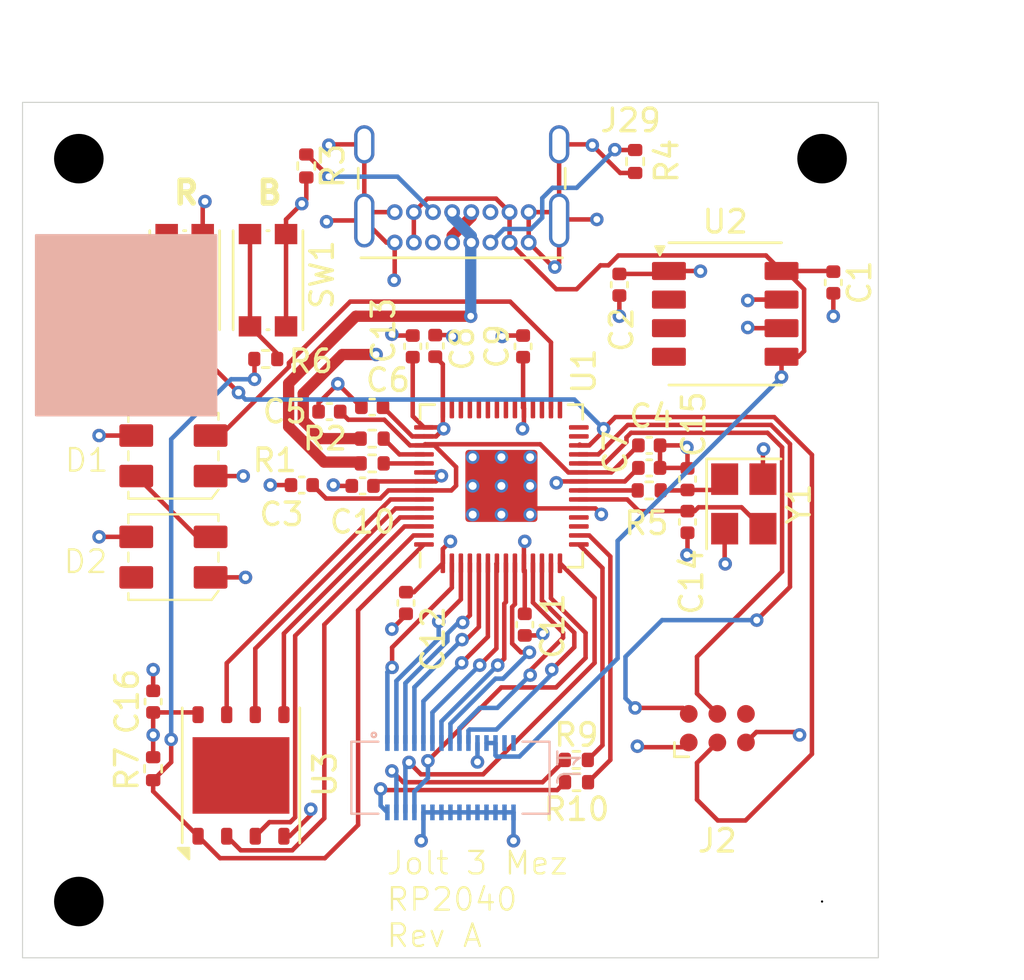
<source format=kicad_pcb>
(kicad_pcb (version 20240108) (generator "pcbnew") (generator_version "8.0")
  (layers (0 "F.Cu" signal) (1 "In1.Cu" signal) (2 "In2.Cu" signal) (31 "B.Cu" signal) (34 "B.Paste" user) (35 "F.Paste" user) (36 "B.SilkS" user "B.Silkscreen") (37 "F.SilkS" user "F.Silkscreen") (38 "B.Mask" user) (39 "F.Mask" user) (44 "Edge.Cuts" user))
  (net 0 "")
  (net 1 "/MCU/SDA")
  (net 2 "/MCU/ROW-D")
  (net 3 "/MCU/COL-C")
  (net 4 "/MCU/ROW-E")
  (net 5 "/MCU/COL-D")
  (net 6 "/MCU/ROW-B")
  (net 7 "/MCU/COL-B")
  (net 8 "/MCU/ROW-C")
  (net 9 "/MCU/ROW-A")
  (net 10 "/MCU/ROW-F")
  (net 11 "Net-(SW2-B)")
  (net 22 "/MCU/SERTX")
  (net 25 "/MCU/SERRX")
  (net 26 "RUN")
  (net 28 "VBUS")
  (net 29 "GND")
  (net 33 "+3.3V")
  (net 34 "+1V1")
  (net 35 "/USB_D+")
  (net 36 "Net-(J29-CC2)")
  (net 37 "/USB_D-")
  (net 38 "Net-(J29-CC1)")
  (net 39 "Net-(U1-USB_DP)")
  (net 40 "Net-(U1-USB_DM)")
  (net 41 "Net-(U1-XIN)")
  (net 42 "Net-(C15-Pad2)")
  (net 43 "Net-(U1-XOUT)")
  (net 44 "Net-(SW1-B)")
  (net 45 "QSPI.SS")
  (net 46 "QSPI.SD1")
  (net 47 "QSPI.SCLK")
  (net 48 "QSPI.SD3")
  (net 49 "QSPI.SD2")
  (net 50 "QSPI.SD0")
  (net 51 "RGB")
  (net 52 "SWDIO")
  (net 53 "SWCLK")
  (net 54 "Net-(D1-DOUT)")
  (net 56 "/MCU/SCL")
  (net 57 "/MCU/COL-A")
  (net 63 "Net-(U1-GPIO12)")
  (net 64 "Net-(U1-GPIO13)")
  (footprint "davidb-keyboard-foot:RP2040-QFN-56" (layer "F.Cu") (at 120.7625 91.0375 90)
    (property "Reference" "U1")
    (property "Value" "RP2040")
  )
  (footprint "Button_Switch_SMD:SW_Push_1P1T_NO_CK_KMR2" (layer "F.Cu") (at 106.7 81.9 -90)
    (property "Reference" "SW2")
    (property "Value" "SW_SPST")
  )
  (footprint "Crystal:Crystal_SMD_Abracon_ABM8G-4Pin_3.2x2.5mm" (layer "F.Cu") (at 131.525 91.8375 -90)
    (property "Reference" "Y1")
    (property "Value" "ABM8-272-T3")
  )
  (footprint "Capacitor_SMD:C_0402_1005Metric" (layer "F.Cu") (at 121.8 97.2 -90)
    (property "Reference" "C11")
    (property "Value" "100n")
  )
  (footprint "Capacitor_SMD:C_0402_1005Metric" (layer "F.Cu") (at 126 82.1 -90)
    (property "Reference" "C2")
    (property "Value" "10u")
  )
  (footprint "Capacitor_SMD:C_0402_1005Metric" (layer "F.Cu") (at 129.025 92.6375 90)
    (property "Reference" "C14")
    (property "Value" "12p")
  )
  (footprint "Capacitor_SMD:C_0402_1005Metric" (layer "F.Cu") (at 117.825 84.8175 90)
    (property "Reference" "C8")
    (property "Value" "100n")
  )
  (footprint "Package_SON:WSON-8-1EP_6x5mm_P1.27mm_EP3.4x4.3mm" (layer "F.Cu") (at 109.2 103.9 90)
    (property "Reference" "U3")
    (property "Value" "W25Q128JVP")
  )
  (footprint "Capacitor_SMD:C_0402_1005Metric" (layer "F.Cu") (at 129.025 90.7375 -90)
    (property "Reference" "C15")
    (property "Value" "12p")
  )
  (footprint "Capacitor_SMD:C_0402_1005Metric" (layer "F.Cu") (at 127.325 89.2375)
    (property "Reference" "C4")
    (property "Value" "100n")
  )
  (footprint "davidb-keyboard-foot:SK6812-MINI-HS" (layer "F.Cu") (at 106.2 94.2 180)
    (property "Reference" "D2")
    (property "Value" "SK6812MINI-HS")
  )
  (footprint "Resistor_SMD:R_0402_1005Metric" (layer "F.Cu") (at 124.1 104.2 180)
    (property "Reference" "R10")
    (property "Value" "27")
  )
  (footprint "Capacitor_SMD:C_0402_1005Metric" (layer "F.Cu") (at 127.325 90.2375)
    (property "Reference" "C7")
    (property "Value" "100n")
  )
  (footprint "davidb-keyboard-foot:SK6812-MINI-HS" (layer "F.Cu") (at 106.2 89.7 180)
    (property "Reference" "D1")
    (property "Value" "SK6812MINI-HS")
  )
  (footprint "Resistor_SMD:R_0402_1005Metric" (layer "F.Cu") (at 110.3 85.4 180)
    (property "Reference" "R6")
    (property "Value" "1k")
  )
  (footprint "Resistor_SMD:R_0402_1005Metric" (layer "F.Cu") (at 115.025 88.9375 180)
    (property "Reference" "R2")
    (property "Value" "27")
  )
  (footprint "Capacitor_SMD:C_0402_1005Metric" (layer "F.Cu") (at 114.6 91.0375 180)
    (property "Reference" "C10")
    (property "Value" "100n")
  )
  (footprint "Resistor_SMD:R_0402_1005Metric" (layer "F.Cu") (at 112.1 76.825 -90)
    (property "Reference" "R3")
    (property "Value" "5.1k")
  )
  (footprint "Resistor_SMD:R_0402_1005Metric" (layer "F.Cu") (at 115.025 90.0375 180)
    (property "Reference" "R1")
    (property "Value" "27")
  )
  (footprint "Capacitor_SMD:C_0402_1005Metric" (layer "F.Cu") (at 105.3 100.62 90)
    (property "Reference" "C16")
    (property "Value" "100n")
  )
  (footprint "Resistor_SMD:R_0402_1005Metric" (layer "F.Cu") (at 105.3 103.6 90)
    (property "Reference" "R7")
    (property "Value" "10k")
  )
  (footprint "Button_Switch_SMD:SW_Push_1P1T_NO_CK_KMR2" (layer "F.Cu") (at 110.4 81.9 -90)
    (property "Reference" "SW1")
    (property "Value" "SW_SPST")
  )
  (footprint "Connector:Tag-Connect_TC2030-IDC-FP_2x03_P1.27mm_Vertical" (layer "F.Cu") (at 130.35 101.8)
    (property "Reference" "J2")
    (property "Value" "Conn_ARM_SWD_TagConnect_TC2030")
  )
  (footprint "davidb-keyboard-foot:AP2112M-SO8" (layer "F.Cu") (at 130.7 83.395)
    (property "Reference" "U2")
    (property "Value" "AP2112-M3.3")
  )
  (footprint "Resistor_SMD:R_0402_1005Metric" (layer "F.Cu") (at 127.325 91.2375 180)
    (property "Reference" "R5")
    (property "Value" "1k")
  )
  (footprint "Capacitor_SMD:C_0402_1005Metric" (layer "F.Cu") (at 113.125 87.7375 180)
    (property "Reference" "C5")
    (property "Value" "1u")
  )
  (footprint "davidb-keyboard-foot:USB_C_Receptacle_GCT_USB4085" (layer "F.Cu") (at 121.975 80.225 180)
    (property "Reference" "J29")
    (property "Value" "USB_C_Receptacle_USB2.0_14P")
  )
  (footprint "Resistor_SMD:R_0402_1005Metric" (layer "F.Cu") (at 124.09 103.21 180)
    (property "Reference" "R9")
    (property "Value" "27")
  )
  (footprint "Resistor_SMD:R_0402_1005Metric" (layer "F.Cu") (at 126.7 76.625 -90)
    (property "Reference" "R4")
    (property "Value" "5.1k")
  )
  (footprint "Capacitor_SMD:C_0402_1005Metric" (layer "F.Cu") (at 135.5 82 -90)
    (property "Reference" "C1")
    (property "Value" "10u")
  )
  (footprint "Capacitor_SMD:C_0402_1005Metric" (layer "F.Cu") (at 116.825 84.8375 90)
    (property "Reference" "C13")
    (property "Value" "100n")
  )
  (footprint "Capacitor_SMD:C_0402_1005Metric" (layer "F.Cu") (at 116.525 96.2375 -90)
    (property "Reference" "C12")
    (property "Value" "100n")
  )
  (footprint "Resistor_SMD:R_0402_1005Metric" (layer "F.Cu") (at 106.69 85.5 180)
    (property "Reference" "R8")
    (property "Value" "1k")
  )
  (footprint "Capacitor_SMD:C_0402_1005Metric" (layer "F.Cu") (at 121.725 84.8375 90)
    (property "Reference" "C9")
    (property "Value" "100n")
  )
  (footprint "Capacitor_SMD:C_0402_1005Metric" (layer "F.Cu") (at 115.025 87.5375 180)
    (property "Reference" "C6")
    (property "Value" "1u")
  )
  (footprint "Capacitor_SMD:C_0402_1005Metric" (layer "F.Cu") (at 111.9 91 180)
    (property "Reference" "C3")
    (property "Value" "100n")
  )
  (footprint "davidb-keyboard-foot:df40c-30DS-0_4v" (layer "B.Cu") (at 118.5 104 90)
    (property "Reference" "J1")
    (property "Value" "~")
  )
  (gr_rect (start 100.1 79.9) (end 108.1 87.9) (stroke (width 0.1)) (fill solid) (layer "B.SilkS"))
  (gr_rect (start 99.5 74) (end 137.5 112) (stroke (width 0.05)) (fill none) (layer "Edge.Cuts"))
  (gr_text "Jolt 3 Mez\nRP2040\nRev A" (at 115.6 111.6 0) (layer "F.SilkS") (effects (font (size 1 1) (thickness 0.1)) (justify left bottom)))
  (gr_text "B" (at 109.8 78.6 0) (layer "F.SilkS") (effects (font (size 1 1) (thickness 0.25) (bold yes)) (justify left bottom)))
  (gr_text "R" (at 106.1 78.6 0) (layer "F.SilkS") (effects (font (size 1 1) (thickness 0.25) (bold yes)) (justify left bottom)))
  (segment (start 124.5 97.564627) (end 124.5 98.677818) (width 0.2) (layer "F.Cu") (net 1))
  (segment (start 123.187438 99.99038) (end 120.75962 99.99038) (width 0.2) (layer "F.Cu") (net 1))
  (segment (start 120.75962 99.99038) (end 117.5 103.25) (width 0.2) (layer "F.Cu") (net 1))
  (segment (start 122.9625 94.475) (end 122.9625 96.027127) (width 0.2) (layer "F.Cu") (net 1))
  (segment (start 122.9625 96.027127) (end 124.5 97.564627) (width 0.2) (layer "F.Cu") (net 1))
  (segment (start 124.5 98.677818) (end 123.187438 99.99038) (width 0.2) (layer "F.Cu") (net 1))
  (via (at 117.5 103.25) (size 0.6) (drill 0.3) (layers "F.Cu" "B.Cu") (net 1))
  (segment (start 117.5 104.014214) (end 117.5 103.25) (width 0.2) (layer "B.Cu") (net 1))
  (segment (start 116.9 104.614214) (end 117.5 104.014214) (width 0.2) (layer "B.Cu") (net 1))
  (segment (start 116.9 105.54) (end 116.9 104.614214) (width 0.2) (layer "B.Cu") (net 1))
  (segment (start 119.7625 94.475) (end 119.7625 97.305927) (width 0.2) (layer "F.Cu") (net 2))
  (segment (start 119.202481 97.865946) (end 119.014815 97.865946) (width 0.2) (layer "F.Cu") (net 2))
  (segment (start 119.7625 97.305927) (end 119.202481 97.865946) (width 0.2) (layer "F.Cu") (net 2))
  (via (at 119.014815 97.865946) (size 0.6) (drill 0.3) (layers "F.Cu" "B.Cu") (net 2))
  (segment (start 116.9 102.46) (end 116.9 99.980761) (width 0.2) (layer "B.Cu") (net 2))
  (segment (start 116.9 99.980761) (end 119.014815 97.865946) (width 0.2) (layer "B.Cu") (net 2))
  (segment (start 123.5 97.780761) (end 122.04038 99.240381) (width 0.2) (layer "F.Cu") (net 3))
  (segment (start 122.1625 94.475) (end 122.1625 96.217076) (width 0.2) (layer "F.Cu") (net 3))
  (segment (start 123.5 97.554576) (end 123.5 97.780761) (width 0.2) (layer "F.Cu") (net 3))
  (segment (start 122.1625 96.217076) (end 123.5 97.554576) (width 0.2) (layer "F.Cu") (net 3))
  (segment (start 122.04038 99.240381) (end 122.04038 99.44038) (width 0.2) (layer "F.Cu") (net 3))
  (via (at 122.04038 99.44038) (size 0.6) (drill 0.3) (layers "F.Cu" "B.Cu") (net 3))
  (segment (start 119.8 100.9) (end 120.58076 100.9) (width 0.2) (layer "B.Cu") (net 3))
  (segment (start 120.58076 100.9) (end 122.04038 99.44038) (width 0.2) (layer "B.Cu") (net 3))
  (segment (start 118.9 101.8) (end 119.8 100.9) (width 0.2) (layer "B.Cu") (net 3))
  (segment (start 118.9 102.46) (end 118.9 101.8) (width 0.2) (layer "B.Cu") (net 3))
  (segment (start 120.1625 94.475) (end 120.1625 97.737494) (width 0.2) (layer "F.Cu") (net 4))
  (segment (start 120.1625 97.737494) (end 119 98.899994) (width 0.2) (layer "F.Cu") (net 4))
  (via (at 119 98.899994) (size 0.6) (drill 0.3) (layers "F.Cu" "B.Cu") (net 4))
  (segment (start 117.3 100.599994) (end 119 98.899994) (width 0.2) (layer "B.Cu") (net 4))
  (segment (start 117.3 102.46) (end 117.3 100.599994) (width 0.2) (layer "B.Cu") (net 4))
  (segment (start 122.5625 94.475) (end 122.5625 96.122102) (width 0.2) (layer "F.Cu") (net 5))
  (segment (start 124 97.559602) (end 124 98.2) (width 0.2) (layer "F.Cu") (net 5))
  (segment (start 124 98.2) (end 123 99.2) (width 0.2) (layer "F.Cu") (net 5))
  (segment (start 122.5625 96.122102) (end 124 97.559602) (width 0.2) (layer "F.Cu") (net 5))
  (via (at 123 99.2) (size 0.6) (drill 0.3) (layers "F.Cu" "B.Cu") (net 5))
  (segment (start 120.54 101.86) (end 123 99.4) (width 0.2) (layer "B.Cu") (net 5))
  (segment (start 119.3 102.46) (end 119.3 101.91) (width 0.2) (layer "B.Cu") (net 5))
  (segment (start 119.35 101.86) (end 120.54 101.86) (width 0.2) (layer "B.Cu") (net 5))
  (segment (start 123 99.4) (end 123 99.2) (width 0.2) (layer "B.Cu") (net 5))
  (segment (start 119.3 101.91) (end 119.35 101.86) (width 0.2) (layer "B.Cu") (net 5))
  (segment (start 118.9625 94.475) (end 118.9625 96.079782) (width 0.2) (layer "F.Cu") (net 6))
  (segment (start 118.9625 96.079782) (end 117.977851 97.064431) (width 0.2) (layer "F.Cu") (net 6))
  (via (at 117.977851 97.064431) (size 0.6) (drill 0.3) (layers "F.Cu" "B.Cu") (net 6))
  (segment (start 116.1 102.46) (end 116.1 99.699994) (width 0.2) (layer "B.Cu") (net 6))
  (segment (start 116.1 99.699994) (end 117.977851 97.822143) (width 0.2) (layer "B.Cu") (net 6))
  (segment (start 117.977851 97.822143) (end 117.977851 97.064431) (width 0.2) (layer "B.Cu") (net 6))
  (segment (start 121.628504 98.428504) (end 122.007245 98.428504) (width 0.2) (layer "F.Cu") (net 7))
  (segment (start 121.24 98.04) (end 121.628504 98.428504) (width 0.2) (layer "F.Cu") (net 7))
  (segment (start 121.24 96.414576) (end 121.24 98.04) (width 0.2) (layer "F.Cu") (net 7))
  (segment (start 121.3625 94.475) (end 121.3625 96.292076) (width 0.2) (layer "F.Cu") (net 7))
  (segment (start 121.3625 96.292076) (end 121.24 96.414576) (width 0.2) (layer "F.Cu") (net 7))
  (via (at 122.007245 98.428504) (size 0.6) (drill 0.3) (layers "F.Cu" "B.Cu") (net 7))
  (segment (start 118.5 102.46) (end 118.5 101.6) (width 0.2) (layer "B.Cu") (net 7))
  (segment (start 120.835749 99.6) (end 122.007245 98.428504) (width 0.2) (layer "B.Cu") (net 7))
  (segment (start 120.5 99.6) (end 120.835749 99.6) (width 0.2) (layer "B.Cu") (net 7))
  (segment (start 118.5 101.6) (end 120.5 99.6) (width 0.2) (layer "B.Cu") (net 7))
  (segment (start 119.3625 94.475) (end 119.3625 96.786688) (width 0.2) (layer "F.Cu") (net 8))
  (segment (start 119.3625 96.786688) (end 119.042983 97.106205) (width 0.2) (layer "F.Cu") (net 8))
  (via (at 119.042983 97.106205) (size 0.6) (drill 0.3) (layers "F.Cu" "B.Cu") (net 8))
  (segment (start 118.855317 97.106205) (end 119.042983 97.106205) (width 0.2) (layer "B.Cu") (net 8))
  (segment (start 118.364815 97.935185) (end 118.364815 97.596707) (width 0.2) (layer "B.Cu") (net 8))
  (segment (start 118.364815 97.596707) (end 118.855317 97.106205) (width 0.2) (layer "B.Cu") (net 8))
  (segment (start 116.5 102.46) (end 116.5 99.8) (width 0.2) (layer "B.Cu") (net 8))
  (segment (start 116.5 99.8) (end 118.364815 97.935185) (width 0.2) (layer "B.Cu") (net 8))
  (segment (start 118.5625 94.475) (end 118.5625 95.560543) (width 0.2) (layer "F.Cu") (net 9))
  (segment (start 115.909623 98.21342) (end 115.909623 99.099997) (width 0.2) (layer "F.Cu") (net 9))
  (segment (start 118.5625 95.560543) (end 115.909623 98.21342) (width 0.2) (layer "F.Cu") (net 9))
  (via (at 115.909623 99.099997) (size 0.6) (drill 0.3) (layers "F.Cu" "B.Cu") (net 9))
  (segment (start 115.7 102.46) (end 115.7 99.30962) (width 0.2) (layer "B.Cu") (net 9))
  (segment (start 115.7 99.30962) (end 115.909623 99.099997) (width 0.2) (layer "B.Cu") (net 9))
  (segment (start 120.5625 94.475) (end 120.54 94.4975) (width 0.2) (layer "F.Cu") (net 10))
  (segment (start 120.54 98.26) (end 119.8 99) (width 0.2) (layer "F.Cu") (net 10))
  (segment (start 120.54 94.4975) (end 120.54 98.26) (width 0.2) (layer "F.Cu") (net 10))
  (via (at 119.8 99) (size 0.6) (drill 0.3) (layers "F.Cu" "B.Cu") (net 10))
  (segment (start 117.7 102.46) (end 117.7 101.1) (width 0.2) (layer "B.Cu") (net 10))
  (segment (start 117.7 101.1) (end 119.8 99) (width 0.2) (layer "B.Cu") (net 10))
  (segment (start 105.9 83.95) (end 105.9 79.85) (width 0.2) (layer "F.Cu") (net 11))
  (segment (start 106.18 85.5) (end 106.18 84.23) (width 0.2) (layer "F.Cu") (net 11))
  (segment (start 106.18 84.23) (end 105.9 83.95) (width 0.2) (layer "F.Cu") (net 11))
  (segment (start 123.58 103.21) (end 122.59 104.2) (width 0.2) (layer "F.Cu") (net 22))
  (segment (start 116.4 104.2) (end 115.9 103.7) (width 0.2) (layer "F.Cu") (net 22))
  (segment (start 122.59 104.2) (end 116.4 104.2) (width 0.2) (layer "F.Cu") (net 22))
  (via (at 115.9 103.7) (size 0.6) (drill 0.3) (layers "F.Cu" "B.Cu") (net 22))
  (segment (start 116.1 103.9) (end 116.1 105.54) (width 0.2) (layer "B.Cu") (net 22))
  (segment (start 115.9 103.7) (end 116.1 103.9) (width 0.2) (layer "B.Cu") (net 22))
  (segment (start 115.45 104.55) (end 115.4 104.5) (width 0.2) (layer "F.Cu") (net 25))
  (segment (start 123.24 104.55) (end 115.45 104.55) (width 0.2) (layer "F.Cu") (net 25))
  (segment (start 123.59 104.2) (end 123.24 104.55) (width 0.2) (layer "F.Cu") (net 25))
  (via (at 115.4 104.5) (size 0.6) (drill 0.3) (layers "F.Cu" "B.Cu") (net 25))
  (segment (start 115.4 105.24) (end 115.7 105.54) (width 0.2) (layer "B.Cu") (net 25))
  (segment (start 115.4 104.5) (end 115.4 105.24) (width 0.2) (layer "B.Cu") (net 25))
  (segment (start 124.2 89.2375) (end 124.66315 89.2375) (width 0.2) (layer "F.Cu") (net 26))
  (segment (start 124.2375 89.2) (end 124.2 89.2375) (width 0.2) (layer "F.Cu") (net 26))
  (segment (start 107.2 85.5) (end 107.7 85.5) (width 0.2) (layer "F.Cu") (net 26))
  (segment (start 107.7 85.5) (end 109.09038 86.89038) (width 0.2) (layer "F.Cu") (net 26))
  (segment (start 131.6 105.9) (end 134.55 102.95) (width 0.2) (layer "F.Cu") (net 26))
  (segment (start 124.66315 89.2375) (end 125.3 88.60065) (width 0.2) (layer "F.Cu") (net 26))
  (segment (start 129.44755 103.33745) (end 129.44755 104.976833) (width 0.2) (layer "F.Cu") (net 26))
  (segment (start 134.55 102.95) (end 134.55 89.655025) (width 0.2) (layer "F.Cu") (net 26))
  (segment (start 125.3 88.60065) (end 125.3 88.5) (width 0.2) (layer "F.Cu") (net 26))
  (segment (start 130.370717 105.9) (end 131.6 105.9) (width 0.2) (layer "F.Cu") (net 26))
  (segment (start 134.55 89.655025) (end 132.872475 87.9775) (width 0.2) (layer "F.Cu") (net 26))
  (segment (start 125.8225 87.9775) (end 125.3 88.5) (width 0.2) (layer "F.Cu") (net 26))
  (segment (start 130.35 102.435) (end 129.44755 103.33745) (width 0.2) (layer "F.Cu") (net 26))
  (segment (start 132.872475 87.9775) (end 125.8225 87.9775) (width 0.2) (layer "F.Cu") (net 26))
  (segment (start 129.44755 104.976833) (end 130.370717 105.9) (width 0.2) (layer "F.Cu") (net 26))
  (via (at 109.09038 86.89038) (size 0.6) (drill 0.3) (layers "F.Cu" "B.Cu") (net 26))
  (via (at 125.3 88.5) (size 0.6) (drill 0.3) (layers "F.Cu" "B.Cu") (net 26))
  (segment (start 125.3 88.5) (end 124 87.2) (width 0.2) (layer "B.Cu") (net 26))
  (segment (start 109.4 87.2) (end 109.09038 86.89038) (width 0.2) (layer "B.Cu") (net 26))
  (segment (start 124 87.2) (end 109.4 87.2) (width 0.2) (layer "B.Cu") (net 26))
  (segment (start 134.2025 85.05) (end 134.2025 82.300204) (width 0.2) (layer "F.Cu") (net 28))
  (segment (start 124.1 82.3) (end 125.160757 81.239243) (width 0.2) (layer "F.Cu") (net 28))
  (segment (start 123.2 82.3) (end 121.125 80.225) (width 0.2) (layer "F.Cu") (net 28))
  (segment (start 133.2 81.49) (end 135.47 81.49) (width 0.2) (layer "F.Cu") (net 28))
  (segment (start 134.2025 82.300204) (end 133.392296 81.49) (width 0.2) (layer "F.Cu") (net 28))
  (segment (start 135.47 81.49) (end 135.5 81.52) (width 0.2) (layer "F.Cu") (net 28))
  (segment (start 133.392296 81.49) (end 133.2 81.49) (width 0.2) (layer "F.Cu") (net 28))
  (segment (start 120.525 78.275) (end 121.125 78.875) (width 0.2) (layer "F.Cu") (net 28))
  (segment (start 116.875 80.225) (end 116.875 78.875) (width 0.2) (layer "F.Cu") (net 28))
  (segment (start 117.475 78.275) (end 120.525 78.275) (width 0.2) (layer "F.Cu") (net 28))
  (segment (start 123.2 82.3) (end 124.1 82.3) (width 0.2) (layer "F.Cu") (net 28))
  (segment (start 133.9525 85.3) (end 134.2025 85.05) (width 0.2) (layer "F.Cu") (net 28))
  (segment (start 133.2 86.2) (end 133.2 85.3) (width 0.2) (layer "F.Cu") (net 28))
  (segment (start 125.954576 80.8) (end 132.51 80.8) (width 0.2) (layer "F.Cu") (net 28))
  (segment (start 121.125 78.875) (end 121.125 80.225) (width 0.2) (layer "F.Cu") (net 28))
  (segment (start 125.160757 81.239243) (end 125.515333 81.239243) (width 0.2) (layer "F.Cu") (net 28))
  (segment (start 132.51 80.8) (end 133.2 81.49) (width 0.2) (layer "F.Cu") (net 28))
  (segment (start 116.875 78.875) (end 117.475 78.275) (width 0.2) (layer "F.Cu") (net 28))
  (segment (start 125.515333 81.239243) (end 125.954576 80.8) (width 0.2) (layer "F.Cu") (net 28))
  (segment (start 133.2 85.3) (end 133.9525 85.3) (width 0.2) (layer "F.Cu") (net 28))
  (via (at 133.2 86.2) (size 0.6) (drill 0.3) (layers "F.Cu" "B.Cu") (net 28))
  (segment (start 121.56255 103.06) (end 125.92255 98.7) (width 0.2) (layer "B.Cu") (net 28))
  (segment (start 120.5 103.01) (end 120.55 103.06) (width 0.2) (layer "B.Cu") (net 28))
  (segment (start 125.92255 98.7) (end 125.92255 93.47745) (width 0.2) (layer "B.Cu") (net 28))
  (segment (start 125.92255 93.47745) (end 133.2 86.2) (width 0.2) (layer "B.Cu") (net 28))
  (segment (start 120.5 102.46) (end 120.5 103.01) (width 0.2) (layer "B.Cu") (net 28))
  (segment (start 120.1 102.46) (end 120.5 102.46) (width 0.2) (layer "B.Cu") (net 28))
  (segment (start 120.55 103.06) (end 121.56255 103.06) (width 0.2) (layer "B.Cu") (net 28))
  (segment (start 121.8 97.68) (end 122.52 97.68) (width 0.2) (layer "F.Cu") (net 29))
  (segment (start 129.005 90.2375) (end 129.025 90.2575) (width 0.2) (layer "F.Cu") (net 29))
  (segment (start 114.5375 87.5375) (end 113.5 86.5) (width 0.2) (layer "F.Cu") (net 29))
  (segment (start 114.675 75.865) (end 113.135 75.865) (width 0.2) (layer "F.Cu") (net 29))
  (segment (start 129.025 90.2575) (end 129.025 89.3525) (width 0.2) (layer "F.Cu") (net 29))
  (segment (start 116.025 78.875) (end 115.045 78.875) (width 0.2) (layer "F.Cu") (net 29))
  (segment (start 133.8707 101.9707) (end 134 102.1) (width 0.2) (layer "F.Cu") (net 29))
  (segment (start 116.525 96.775) (end 115.9 97.4) (width 0.2) (layer "F.Cu") (net 29))
  (segment (start 107.85 95.1) (end 109.4 95.1) (width 0.2) (layer "F.Cu") (net 29))
  (segment (start 111.2 79.85) (end 111.2 79.2) (width 0.2) (layer "F.Cu") (net 29))
  (segment (start 124.2 92.0375) (end 122.3125 92.0375) (width 0.2) (layer "F.Cu") (net 29))
  (segment (start 107.85 90.6) (end 109.3 90.6) (width 0.2) (layer "F.Cu") (net 29))
  (segment (start 125 79.2) (end 123.37 79.2) (width 0.2) (layer "F.Cu") (net 29))
  (segment (start 132.375 89.425) (end 132.4 89.4) (width 0.2) (layer "F.Cu") (net 29))
  (segment (start 107.5 83.95) (end 107.5 79.85) (width 0.2) (layer "F.Cu") (net 29))
  (segment (start 121.975 78.875) (end 122.955 78.875) (width 0.2) (layer "F.Cu") (net 29))
  (segment (start 130.675 92.9375) (end 130.675 94.475) (width 0.2) (layer "F.Cu") (net 29))
  (segment (start 105.3 100.14) (end 105.3 99.2) (width 0.2) (layer "F.Cu") (net 29))
  (segment (start 122.3125 92.0375) (end 122.0375 92.3125) (width 0.2) (layer "F.Cu") (net 29))
  (segment (start 126 82.58) (end 126 83.5) (width 0.2) (layer "F.Cu") (net 29))
  (segment (start 107.5 78.5) (end 107.6 78.4) (width 0.2) (layer "F.Cu") (net 29))
  (segment (start 116.025 80.225) (end 116.025 81.875) (width 0.2) (layer "F.Cu") (net 29))
  (segment (start 129.025 93.1175) (end 129.025 94.075) (width 0.2) (layer "F.Cu") (net 29))
  (segment (start 115.045 78.875) (end 114.675 79.245) (width 0.2) (layer "F.Cu") (net 29))
  (segment (start 123.06538 81.31538) (end 123.13462 81.31538) (width 0.2) (layer "F.Cu") (net 29))
  (segment (start 127.805 90.2375) (end 127.805 89.2375) (width 0.2) (layer "F.Cu") (net 29))
  (segment (start 122.955 78.875) (end 123.325 79.245) (width 0.2) (layer "F.Cu") (net 29))
  (segment (start 131.62 102.435) (end 132.0843 101.9707) (width 0.2) (layer "F.Cu") (net 29))
  (segment (start 133.2 82.76) (end 131.74 82.76) (width 0.2) (layer "F.Cu") (net 29))
  (segment (start 116.025 81.875) (end 116 81.9) (width 0.2) (layer "F.Cu") (net 29))
  (segment (start 131.74 82.76) (end 131.7 82.8) (width 0.2) (layer "F.Cu") (net 29))
  (segment (start 123.37 79.2) (end 123.325 79.245) (width 0.2) (layer "F.Cu") (net 29))
  (segment (start 111.42 91) (end 110.5 91) (width 0.2) (layer "F.Cu") (net 29))
  (segment (start 127.805 89.2375) (end 128.91 89.2375) (width 0.2) (layer "F.Cu") (net 29))
  (segment (start 116.825 84.3575) (end 115.9575 84.3575) (width 0.2) (layer "F.Cu") (net 29))
  (segment (start 114.545 87.5375) (end 114.5375 87.5375) (width 0.2) (layer "F.Cu") (net 29))
  (segment (start 132.0843 101.9707) (end 133.8707 101.9707) (width 0.2) (layer "F.Cu") (net 29))
  (segment (start 112.645 87.7375) (end 112.645 87.355) (width 0.2) (layer "F.Cu") (net 29))
  (segment (start 132.375 90.7375) (end 132.375 89.425) (width 0.2) (layer "F.Cu") (net 29))
  (segment (start 135.5 82.48) (end 135.5 83.5) (width 0.2) (layer "F.Cu") (net 29))
  (segment (start 117.825 84.3375) (end 118.5375 84.3375) (width 0.2) (layer "F.Cu") (net 29))
  (segment (start 115.655 80.225) (end 114.675 79.245) (width 0.2) (layer "F.Cu") (net 29))
  (segment (start 131.73 84.03) (end 131.7 84) (width 0.2) (layer "F.Cu") (net 29))
  (segment (start 126.035 77.135) (end 124.8 75.9) (width 0.2) (layer "F.Cu") (net 29))
  (segment (start 124.2 92.0375) (end 124.9375 92.0375) (width 0.2) (layer "F.Cu") (net 29))
  (segment (start 123.325 75.865) (end 124.765 75.865) (width 0.2) (layer "F.Cu") (net 29))
  (segment (start 121.975 78.875) (end 121.975 80.225) (width 0.2) (layer "F.Cu") (net 29))
  (segment (start 112.1 78.3) (end 111.9 78.5) (width 0.2) (layer "F.Cu") (net 29))
  (segment (start 133.2 84.03) (end 131.73 84.03) (width 0.2) (layer "F.Cu") (net 29))
  (segment (start 116.025 80.225) (end 115.655 80.225) (width 0.2) (layer "F.Cu") (net 29))
  (segment (start 111.2 83.95) (end 111.2 79.85) (width 0.2) (layer "F.Cu") (net 29))
  (segment (start 113.135 75.865) (end 113.1 75.9) (width 0.2) (layer "F.Cu") (net 29))
  (segment (start 121.975 80.225) (end 123.06538 81.31538) (width 0.2) (layer "F.Cu") (net 29))
  (segment (start 121.725 84.3575) (end 120.8425 84.3575) (width 0.2) (layer "F.Cu") (net 29))
  (segment (start 127.805 90.2375) (end 129.005 90.2375) (width 0.2) (layer "F.Cu") (net 29))
  (segment (start 111.354999 106.6) (end 112.3 105.654999) (width 0.2) (layer "F.Cu") (net 29))
  (segment (start 123.325 75.865) (end 123.325 79.245) (width 0.2) (layer "F.Cu") (net 29))
  (segment (start 123.325 79.245) (end 123.325 81.125) (width 0.2) (layer "F.Cu") (net 29))
  (segment (start 111.2 79.2) (end 111.9 78.5) (width 0.2) (layer "F.Cu") (net 29))
  (segment (start 107.5 79.85) (end 107.5 78.5) (width 0.2) (layer "F.Cu") (net 29))
  (segment (start 111.105 106.6) (end 111.354999 106.6) (width 0.2) (layer "F.Cu") (net 29))
  (segment (start 122.52 97.68) (end 122.6 97.6) (width 0.2) (layer "F.Cu") (net 29))
  (segment (start 114.675 79.245) (end 113.055 79.245) (width 0.2) (layer "F.Cu") (net 29))
  (segment (start 118.5375 84.3375) (end 118.6 84.4) (width 0.2) (layer "F.Cu") (net 29))
  (segment (start 128.91 89.2375) (end 129 89.3275) (width 0.2) (layer "F.Cu") (net 29))
  (segment (start 115.9575 84.3575) (end 115.9 84.3) (width 0.2) (layer "F.Cu") (net 29))
  (segment (start 120.8425 84.3575) (end 120.8 84.4) (width 0.2) (layer "F.Cu") (net 29))
  (segment (start 123.325 81.125) (end 123.13462 81.31538) (width 0.2) (layer "F.Cu") (net 29))
  (segment (start 112.1 77.335) (end 112.1 78.3) (width 0.2) (layer "F.Cu") (net 29))
  (segment (start 113.055 79.245) (end 113 79.3) (width 0.2) (layer "F.Cu") (net 29))
  (segment (start 114.12 91.0375) (end 113.3375 91.0375) (width 0.2) (layer "F.Cu") (net 29))
  (segment (start 130.675 94.475) (end 130.7 94.5) (width 0.2) (layer "F.Cu") (net 29))
  (segment (start 112.3 105.654999) (end 112.3 105.4) (width 0.2) (layer "F.Cu") (net 29))
  (segment (start 129.025 89.3525) (end 129 89.3275) (width 0.2) (layer "F.Cu") (net 29))
  (segment (start 113.3375 91.0375) (end 113.3 91) (width 0.2) (layer "F.Cu") (net 29))
  (segment (start 124.955 79.245) (end 125 79.2) (width 0.2) (layer "F.Cu") (net 29))
  (segment (start 124.765 75.865) (end 124.8 75.9) (width 0.2) (layer "F.Cu") (net 29))
  (segment (start 116.525 96.7175) (end 116.525 96.775) (width 0.2) (layer "F.Cu") (net 29))
  (segment (start 129.025 94.075) (end 129 94.1) (width 0.2) (layer "F.Cu") (net 29))
  (segment (start 114.675 79.245) (end 114.675 75.865) (width 0.2) (layer "F.Cu") (net 29))
  (segment (start 126.7 77.135) (end 126.035 77.135) (width 0.2) (layer "F.Cu") (net 29))
  (segment (start 124.9375 92.0375) (end 125.2 92.3) (width 0.2) (layer "F.Cu") (net 29))
  (segment (start 112.645 87.355) (end 113.5 86.5) (width 0.2) (layer "F.Cu") (net 29))
  (via (at 131.7 84) (size 0.6) (drill 0.3) (layers "F.Cu" "B.Cu") (net 29))
  (via (at 109.3 90.6) (size 0.6) (drill 0.3) (layers "F.Cu" "B.Cu") (net 29))
  (via (at 115.9 97.4) (size 0.6) (drill 0.3) (layers "F.Cu" "B.Cu") (net 29))
  (via (at 113.5 86.5) (size 0.6) (drill 0.3) (layers "F.Cu" "B.Cu") (net 29))
  (via (at 116 81.9) (size 0.6) (drill 0.3) (layers "F.Cu" "B.Cu") (net 29))
  (via (at 118.6 84.4) (size 0.6) (drill 0.3) (layers "F.Cu" "B.Cu") (net 29))
  (via (at 125 79.2) (size 0.6) (drill 0.3) (layers "F.Cu" "B.Cu") (net 29))
  (via (at 113 79.3) (size 0.6) (drill 0.3) (layers "F.Cu" "B.Cu") (net 29))
  (via (at 122.6 97.6) (size 0.6) (drill 0.3) (layers "F.Cu" "B.Cu") (net 29))
  (via (at 105.3 99.2) (size 0.6) (drill 0.3) (layers "F.Cu" "B.Cu") (net 29))
  (via (at 126 83.5) (size 0.6) (drill 0.3) (layers "F.Cu" "B.Cu") (net 29))
  (via (at 110.5 91) (size 0.6) (drill 0.3) (layers "F.Cu" "B.Cu") (net 29))
  (via (at 117.2 106.8) (size 0.6) (drill 0.3) (layers "F.Cu" "B.Cu") (net 29))
  (via (at 109.4 95.1) (size 0.6) (drill 0.3) (layers "F.Cu" "B.Cu") (net 29))
  (via (at 129 89.3275) (size 0.6) (drill 0.3) (layers "F.Cu" "B.Cu") (net 29))
  (via (at 130.7 94.5) (size 0.6) (drill 0.3) (layers "F.Cu" "B.Cu") (net 29))
  (via (at 125.2 92.3) (size 0.6) (drill 0.3) (layers "F.Cu" "B.Cu") (net 29))
  (via (at 123.13462 81.31538) (size 0.6) (drill 0.3) (layers "F.Cu" "B.Cu") (net 29))
  (via (at 107.6 78.4) (size 0.6) (drill 0.3) (layers "F.Cu" "B.Cu") (net 29))
  (via (at 120.8 84.4) (size 0.6) (drill 0.3) (layers "F.Cu" "B.Cu") (net 29))
  (via (at 124.8 75.9) (size 0.6) (drill 0.3) (layers "F.Cu" "B.Cu") (net 29))
  (via (at 129 94.1) (size 0.6) (drill 0.3) (layers "F.Cu" "B.Cu") (net 29))
  (via (at 111.9 78.5) (size 0.6) (drill 0.3) (layers "F.Cu" "B.Cu") (net 29))
  (via (at 132.4 89.4) (size 0.6) (drill 0.3) (layers "F.Cu" "B.Cu") (net 29))
  (via (at 121.3 106.8) (size 0.6) (drill 0.3) (layers "F.Cu" "B.Cu") (net 29))
  (via (at 135.5 83.5) (size 0.6) (drill 0.3) (layers "F.Cu" "B.Cu") (net 29))
  (via (at 131.7 82.8) (size 0.6) (drill 0.3) (layers "F.Cu" "B.Cu") (net 29))
  (via (at 115.9 84.3) (size 0.6) (drill 0.3) (layers "F.Cu" "B.Cu") (net 29))
  (via (at 113.3 91) (size 0.6) (drill 0.3) (layers "F.Cu" "B.Cu") (net 29))
  (via (at 113.1 75.9) (size 0.6) (drill 0.3) (layers "F.Cu" "B.Cu") (net 29))
  (via (at 112.3 105.4) (size 0.6) (drill 0.3) (layers "F.Cu" "B.Cu") (net 29))
  (via (at 134 102.1) (size 0.6) (drill 0.3) (layers "F.Cu" "B.Cu") (net 29))
  (segment (start 117.3 106.7) (end 117.2 106.8) (width 0.2) (layer "B.Cu") (net 29))
  (segment (start 117.3 105.54) (end 121.3 105.54) (width 0.2) (layer "B.Cu") (net 29))
  (segment (start 117.3 105.54) (end 117.3 106.7) (width 0.2) (layer "B.Cu") (net 29))
  (segment (start 121.3 105.54) (end 121.3 106.8) (width 0.2) (layer "B.Cu") (net 29))
  (segment (start 117.85 90.8375) (end 118.1 90.5875) (width 0.2) (layer "F.Cu") (net 33))
  (segment (start 118.1625 93.8375) (end 118.5 93.5) (width 0.2) (layer "F.Cu") (net 33))
  (segment (start 105.3 103.09) (end 105.3 102.1) (width 0.2) (layer "F.Cu") (net 33))
  (segment (start 115.28 90.8375) (end 115.08 91.0375) (width 0.2) (layer "F.Cu") (net 33))
  (segment (start 117.325 88.8375) (end 117.8625 88.8375) (width 0.2) (layer "F.Cu") (net 33))
  (segment (start 128.07 81.62) (end 128.2 81.49) (width 0.2) (layer "F.Cu") (net 33))
  (segment (start 117.325 88.4375) (end 116.825 87.9375) (width 0.2) (layer "F.Cu") (net 33))
  (segment (start 121.7625 88.4375) (end 121.7 88.5) (width 0.2) (layer "F.Cu") (net 33))
  (segment (start 116.525 95.7575) (end 116.88 95.7575) (width 0.2) (layer "F.Cu") (net 33))
  (segment (start 124.2 90.8375) (end 123.2625 90.8375) (width 0.2) (layer "F.Cu") (net 33))
  (segment (start 121.725 87.5625) (end 121.7625 87.6) (width 0.2) (layer "F.Cu") (net 33))
  (segment (start 129.08 102.435) (end 128.8697 102.6453) (width 0.2) (layer "F.Cu") (net 33))
  (segment (start 117.8625 88.8375) (end 118.2 88.5) (width 0.2) (layer "F.Cu") (net 33))
  (segment (start 118.1625 88.4625) (end 118.2 88.5) (width 0.2) (layer "F.Cu") (net 33))
  (segment (start 121.7625 94.475) (end 121.7625 94.7625) (width 0.2) (layer "F.Cu") (net 33))
  (segment (start 117.325 90.8375) (end 115.28 90.8375) (width 0.2) (layer "F.Cu") (net 33))
  (segment (start 118.1375 88.4375) (end 118.2 88.5) (width 0.2) (layer "F.Cu") (net 33))
  (segment (start 117.95 90.4375) (end 118.1 90.5875) (width 0.2) (layer "F.Cu") (net 33))
  (segment (start 126.8453 102.6453) (end 126.8 102.6) (width 0.2) (layer "F.Cu") (net 33))
  (segment (start 128.8697 102.6453) (end 126.8453 102.6453) (width 0.2) (layer "F.Cu") (net 33))
  (segment (start 129.59 81.49) (end 129.6 81.5) (width 0.2) (layer "F.Cu") (net 33))
  (segment (start 118.1625 94.475) (end 118.1625 93.8375) (width 0.2) (layer "F.Cu") (net 33))
  (segment (start 116.88 95.7575) (end 118.1625 94.475) (width 0.2) (layer "F.Cu") (net 33))
  (segment (start 104.55 88.8) (end 102.9 88.8) (width 0.2) (layer "F.Cu") (net 33))
  (segment (start 124.2 90.8375) (end 126.245 90.8375) (width 0.2) (layer "F.Cu") (net 33))
  (segment (start 105.3 101.1) (end 105.3 102.1) (width 0.2) (layer "F.Cu") (net 33))
  (segment (start 121.8 94.8) (end 121.8 96.72) (width 0.2) (layer "F.Cu") (net 33))
  (segment (start 121.7625 87.6) (end 121.7625 88.4375) (width 0.2) (layer "F.Cu") (net 33))
  (segment (start 121.7625 94.7625) (end 121.8 94.8) (width 0.2) (layer "F.Cu") (net 33))
  (segment (start 117.325 90.4375) (end 117.95 90.4375) (width 0.2) (layer "F.Cu") (net 33))
  (segment (start 126.245 90.8375) (end 126.845 90.2375) (width 0.2) (layer "F.Cu") (net 33))
  (segment (start 118.1625 85.635) (end 117.825 85.2975) (width 0.2) (layer "F.Cu") (net 33))
  (segment (start 116.825 87.9375) (end 116.825 85.3175) (width 0.2) (layer "F.Cu") (net 33))
  (segment (start 117.325 88.8375) (end 116.805 88.8375) (width 0.2) (layer "F.Cu") (net 33))
  (segment (start 118.1625 87.6) (end 118.1625 85.635) (width 0.2) (layer "F.Cu") (net 33))
  (segment (start 118.1625 87.6) (end 118.1625 88.4625) (width 0.2) (layer "F.Cu") (net 33))
  (segment (start 121.725 85.3175) (end 121.725 87.5625) (width 0.2) (layer "F.Cu") (net 33))
  (segment (start 117.325 88.4375) (end 118.1375 88.4375) (width 0.2) (layer "F.Cu") (net 33))
  (segment (start 105.3 101.1) (end 107.195 101.1) (width 0.2) (layer "F.Cu") (net 33))
  (segment (start 107.195 101.1) (end 107.295 101.2) (width 0.2) (layer "F.Cu") (net 33))
  (segment (start 123.2625 90.8375) (end 123.2 90.9) (width 0.2) (layer "F.Cu") (net 33))
  (segment (start 117.325 90.8375) (end 117.85 90.8375) (width 0.2) (layer "F.Cu") (net 33))
  (segment (start 128.2 81.49) (end 129.59 81.49) (width 0.2) (layer "F.Cu") (net 33))
  (segment (start 126 81.62) (end 128.07 81.62) (width 0.2) (layer "F.Cu") (net 33))
  (segment (start 121.7625 93.5375) (end 121.8 93.5) (width 0.2) (layer "F.Cu") (net 33))
  (segment (start 104.55 93.3) (end 102.9 93.3) (width 0.2) (layer "F.Cu") (net 33))
  (segment (start 116.805 88.8375) (end 115.505 87.5375) (width 0.2) (layer "F.Cu") (net 33))
  (segment (start 121.7625 94.475) (end 121.7625 93.5375) (width 0.2) (layer "F.Cu") (net 33))
  (via (at 105.3 102.1) (size 0.6) (drill 0.3) (layers "F.Cu" "B.Cu") (net 33))
  (via (at 118.2 88.5) (size 0.6) (drill 0.3) (layers "F.Cu" "B.Cu") (net 33))
  (via (at 118.1 90.5875) (size 0.6) (drill 0.3) (layers "F.Cu" "B.Cu") (net 33))
  (via (at 129.6 81.5) (size 0.6) (drill 0.3) (layers "F.Cu" "B.Cu") (net 33))
  (via (at 121.8 93.5) (size 0.6) (drill 0.3) (layers "F.Cu" "B.Cu") (net 33))
  (via (at 119.7 103.3) (size 0.6) (drill 0.3) (layers "F.Cu" "B.Cu") (net 33))
  (via (at 102.9 93.3) (size 0.6) (drill 0.3) (layers "F.Cu" "B.Cu") (net 33))
  (via (at 126.8 102.6) (size 0.6) (drill 0.3) (layers "F.Cu" "B.Cu") (net 33))
  (via (at 123.2 90.9) (size 0.6) (drill 0.3) (layers "F.Cu" "B.Cu") (net 33))
  (via (at 118.5 93.5) (size 0.6) (drill 0.3) (layers "F.Cu" "B.Cu") (net 33))
  (via (at 102.9 88.8) (size 0.6) (drill 0.3) (layers "F.Cu" "B.Cu") (net 33))
  (via (at 121.7 88.5) (size 0.6) (drill 0.3) (layers "F.Cu" "B.Cu") (net 33))
  (segment (start 119.7 102.46) (end 119.7 103.3) (width 0.2) (layer "B.Cu") (net 33))
  (segment (start 116.703214 89.2375) (end 115.563214 88.0975) (width 0.2) (layer "F.Cu") (net 34))
  (segment (start 115.563214 88.0975) (end 113.965 88.0975) (width 0.2) (layer "F.Cu") (net 34))
  (segment (start 117.78815 89.2375) (end 117.325 89.2375) (width 0.2) (layer "F.Cu") (net 34))
  (segment (start 117.375 89.1875) (end 117.325 89.2375) (width 0.2) (layer "F.Cu") (net 34))
  (segment (start 122.48685 89.1875) (end 117.375 89.1875) (width 0.2) (layer "F.Cu") (net 34))
  (segment (start 124.2 90.4375) (end 123.73685 90.4375) (width 0.2) (layer "F.Cu") (net 34))
  (segment (start 124.2 90.4375) (end 125.645 90.4375) (width 0.2) (layer "F.Cu") (net 34))
  (segment (start 117.325 91.2375) (end 118.540318 91.2375) (width 0.2) (layer "F.Cu") (net 34))
  (segment (start 123.73685 90.4375) (end 122.48685 89.1875) (width 0.2) (layer "F.Cu") (net 34))
  (segment (start 118.540318 91.2375) (end 118.75 91.027818) (width 0.2) (layer "F.Cu") (net 34))
  (segment (start 117.325 91.2375) (end 115.745424 91.2375) (width 0.2) (layer "F.Cu") (net 34))
  (segment (start 118.75 91.027818) (end 118.75 90.19935) (width 0.2) (layer "F.Cu") (net 34))
  (segment (start 117.325 89.2375) (end 116.703214 89.2375) (width 0.2) (layer "F.Cu") (net 34))
  (segment (start 115.745424 91.2375) (end 115.385424 91.5975) (width 0.2) (layer "F.Cu") (net 34))
  (segment (start 118.75 90.19935) (end 117.78815 89.2375) (width 0.2) (layer "F.Cu") (net 34))
  (segment (start 112.9775 91.5975) (end 112.38 91) (width 0.2) (layer "F.Cu") (net 34))
  (segment (start 125.645 90.4375) (end 126.845 89.2375) (width 0.2) (layer "F.Cu") (net 34))
  (segment (start 113.965 88.0975) (end 113.605 87.7375) (width 0.2) (layer "F.Cu") (net 34))
  (segment (start 115.385424 91.5975) (end 112.9775 91.5975) (width 0.2) (layer "F.Cu") (net 34))
  (segment (start 114.515 90.0375) (end 114.455 89.9775) (width 0.5) (layer "F.Cu") (net 35))
  (segment (start 114.455 89.9775) (end 112.888205 89.9775) (width 0.5) (layer "F.Cu") (net 35))
  (segment (start 111.315 88.404295) (end 111.315 86.485) (width 0.5) (layer "F.Cu") (net 35))
  (segment (start 114.3 83.5) (end 119.4 83.5) (width 0.5) (layer "F.Cu") (net 35))
  (segment (start 111.315 86.485) (end 114.3 83.5) (width 0.5) (layer "F.Cu") (net 35))
  (segment (start 112.888205 89.9775) (end 111.315 88.404295) (width 0.5) (layer "F.Cu") (net 35))
  (via (at 119.4 83.5) (size 0.6) (drill 0.3) (layers "F.Cu" "B.Cu") (net 35))
  (segment (start 119.425 79.935661) (end 118.575 79.085661) (width 0.5) (layer "B.Cu") (net 35))
  (segment (start 119.425 80.225) (end 119.425 79.935661) (width 0.5) (layer "B.Cu") (net 35))
  (segment (start 118.575 79.085661) (end 118.575 78.875) (width 0.5) (layer "B.Cu") (net 35))
  (segment (start 119.4 83.5) (end 119.4 80.25) (width 0.5) (layer "B.Cu") (net 35))
  (segment (start 119.4 80.25) (end 119.425 80.225) (width 0.5) (layer "B.Cu") (net 35))
  (segment (start 112.115 76.315) (end 113.1 77.3) (width 0.2) (layer "F.Cu") (net 36))
  (segment (start 112.1 76.315) (end 112.115 76.315) (width 0.2) (layer "F.Cu") (net 36))
  (via (at 113.1 77.3) (size 0.6) (drill 0.3) (layers "F.Cu" "B.Cu") (net 36))
  (segment (start 113.1 77.3) (end 116.15 77.3) (width 0.2) (layer "B.Cu") (net 36))
  (segment (start 116.15 77.3) (end 117.725 78.875) (width 0.2) (layer "B.Cu") (net 36))
  (segment (start 111.965 88.135056) (end 111.965 86.935) (width 0.5) (layer "F.Cu") (net 37))
  (segment (start 114.515 88.9375) (end 112.767444 88.9375) (width 0.5) (layer "F.Cu") (net 37))
  (segment (start 118.575 80.225) (end 118.575 79.935661) (width 0.5) (layer "F.Cu") (net 37))
  (segment (start 118.575 79.935661) (end 119.425 79.085661) (width 0.5) (layer "F.Cu") (net 37))
  (segment (start 112.767444 88.9375) (end 111.965 88.135056) (width 0.5) (layer "F.Cu") (net 37))
  (segment (start 111.965 86.935) (end 113.7 85.2) (width 0.5) (layer "F.Cu") (net 37))
  (segment (start 119.425 79.085661) (end 119.425 78.875) (width 0.5) (layer "F.Cu") (net 37))
  (segment (start 113.7 85.2) (end 115.2 85.2) (width 0.5) (layer "F.Cu") (net 37))
  (via (at 115.2 85.2) (size 0.6) (drill 0.3) (layers "F.Cu" "B.Cu") (net 37))
  (segment (start 125.815 76.115) (end 125.8 76.1) (width 0.2) (layer "F.Cu") (net 38))
  (segment (start 126.7 76.115) (end 125.815 76.115) (width 0.2) (layer "F.Cu") (net 38))
  (via (at 125.8 76.1) (size 0.6) (drill 0.3) (layers "F.Cu" "B.Cu") (net 38))
  (segment (start 120.875 79.625) (end 120.275 80.225) (width 0.2) (layer "B.Cu") (net 38))
  (segment (start 122.575 79.123529) (end 122.073529 79.625) (width 0.2) (layer "B.Cu") (net 38))
  (segment (start 125.8 76.1) (end 124.105 77.795) (width 0.2) (layer "B.Cu") (net 38))
  (segment (start 122.575 78.255051) (end 122.575 79.123529) (width 0.2) (layer "B.Cu") (net 38))
  (segment (start 122.073529 79.625) (end 120.875 79.625) (width 0.2) (layer "B.Cu") (net 38))
  (segment (start 123.035051 77.795) (end 122.575 78.255051) (width 0.2) (layer "B.Cu") (net 38))
  (segment (start 124.105 77.795) (end 123.035051 77.795) (width 0.2) (layer "B.Cu") (net 38))
  (segment (start 115.535 90.0375) (end 117.325 90.0375) (width 0.2) (layer "F.Cu") (net 39))
  (segment (start 116.235 89.6375) (end 117.325 89.6375) (width 0.2) (layer "F.Cu") (net 40))
  (segment (start 115.535 88.9375) (end 116.235 89.6375) (width 0.2) (layer "F.Cu") (net 40))
  (segment (start 131.425 91.9875) (end 132.375 92.9375) (width 0.2) (layer "F.Cu") (net 41))
  (segment (start 126.866786 92.1575) (end 129.025 92.1575) (width 0.2) (layer "F.Cu") (net 41))
  (segment (start 129.5125 91.9875) (end 131.425 91.9875) (width 0.2) (layer "F.Cu") (net 41))
  (segment (start 126.346786 91.6375) (end 126.866786 92.1575) (width 0.2) (layer "F.Cu") (net 41))
  (segment (start 129.025 92.1575) (end 129.3425 92.1575) (width 0.2) (layer "F.Cu") (net 41))
  (segment (start 129.3425 92.1575) (end 129.5125 91.9875) (width 0.2) (layer "F.Cu") (net 41))
  (segment (start 124.2 91.6375) (end 126.346786 91.6375) (width 0.2) (layer "F.Cu") (net 41))
  (segment (start 127.835 91.2375) (end 129.005 91.2375) (width 0.2) (layer "F.Cu") (net 42))
  (segment (start 129.025 91.2175) (end 130.195 91.2175) (width 0.2) (layer "F.Cu") (net 42))
  (segment (start 129.005 91.2375) (end 129.025 91.2175) (width 0.2) (layer "F.Cu") (net 42))
  (segment (start 130.195 91.2175) (end 130.675 90.7375) (width 0.2) (layer "F.Cu") (net 42))
  (segment (start 124.2 91.2375) (end 126.815 91.2375) (width 0.2) (layer "F.Cu") (net 43))
  (segment (start 110.81 85.4) (end 110.81 85.16) (width 0.2) (layer "F.Cu") (net 44))
  (segment (start 110.81 85.16) (end 109.6 83.95) (width 0.2) (layer "F.Cu") (net 44))
  (segment (start 109.6 79.85) (end 109.6 83.95) (width 0.2) (layer "F.Cu") (net 44))
  (segment (start 114.4 106.1) (end 112.925 107.575) (width 0.2) (layer "F.Cu") (net 45))
  (segment (start 107.295 106.6) (end 105.3 104.605) (width 0.2) (layer "F.Cu") (net 45))
  (segment (start 105.3 104.605) (end 105.3 104.11) (width 0.2) (layer "F.Cu") (net 45))
  (segment (start 105.3 104.11) (end 106.1 103.31) (width 0.2) (layer "F.Cu") (net 45))
  (segment (start 114.4 96.5625) (end 114.4 106.1) (width 0.2) (layer "F.Cu") (net 45))
  (segment (start 108.27 107.575) (end 107.295 106.6) (width 0.2) (layer "F.Cu") (net 45))
  (segment (start 109.8 86.3) (end 109.8 85.41) (width 0.2) (layer "F.Cu") (net 45))
  (segment (start 117.325 93.6375) (end 114.4 96.5625) (width 0.2) (layer "F.Cu") (net 45))
  (segment (start 106.1 103.31) (end 106.1 102.3) (width 0.2) (layer "F.Cu") (net 45))
  (segment (start 109.8 85.41) (end 109.79 85.4) (width 0.2) (layer "F.Cu") (net 45))
  (segment (start 112.925 107.575) (end 108.27 107.575) (width 0.2) (layer "F.Cu") (net 45))
  (via (at 106.1 102.3) (size 0.6) (drill 0.3) (layers "F.Cu" "B.Cu") (net 45))
  (via (at 109.8 86.3) (size 0.6) (drill 0.3) (layers "F.Cu" "B.Cu") (net 45))
  (segment (start 106.1 88.961521) (end 108.761521 86.3) (width 0.2) (layer "B.Cu") (net 45))
  (segment (start 106.1 102.3) (end 106.1 88.961521) (width 0.2) (layer "B.Cu") (net 45))
  (segment (start 108.761521 86.3) (end 109.8 86.3) (width 0.2) (layer "B.Cu") (net 45))
  (segment (start 112.9 105.8) (end 111.475 107.225) (width 0.2) (layer "F.Cu") (net 46))
  (segment (start 109.19 107.225) (end 108.565 106.6) (width 0.2) (layer "F.Cu") (net 46))
  (segment (start 117.325 93.2375) (end 116.86185 93.2375) (width 0.2) (layer "F.Cu") (net 46))
  (segment (start 111.475 107.225) (end 109.19 107.225) (width 0.2) (layer "F.Cu") (net 46))
  (segment (start 112.9 97.19935) (end 112.9 105.8) (width 0.2) (layer "F.Cu") (net 46))
  (segment (start 116.86185 93.2375) (end 112.9 97.19935) (width 0.2) (layer "F.Cu") (net 46))
  (segment (start 116.0625 92.0375) (end 109.835 98.265) (width 0.2) (layer "F.Cu") (net 47))
  (segment (start 117.325 92.0375) (end 116.0625 92.0375) (width 0.2) (layer "F.Cu") (net 47))
  (segment (start 109.835 98.265) (end 109.835 101.2) (width 0.2) (layer "F.Cu") (net 47))
  (segment (start 108.565 98.912898) (end 108.565 101.2) (width 0.2) (layer "F.Cu") (net 48))
  (segment (start 117.325 91.6375) (end 115.840398 91.6375) (width 0.2) (layer "F.Cu") (net 48))
  (segment (start 115.840398 91.6375) (end 108.565 98.912898) (width 0.2) (layer "F.Cu") (net 48))
  (segment (start 116.4625 92.8375) (end 111.605 97.695) (width 0.2) (layer "F.Cu") (net 49))
  (segment (start 111.605 105.758794) (end 111.388794 105.975) (width 0.2) (layer "F.Cu") (net 49))
  (segment (start 111.388794 105.975) (end 110.46 105.975) (width 0.2) (layer "F.Cu") (net 49))
  (segment (start 117.325 92.8375) (end 116.4625 92.8375) (width 0.2) (layer "F.Cu") (net 49))
  (segment (start 111.605 97.695) (end 111.605 105.758794) (width 0.2) (layer "F.Cu") (net 49))
  (segment (start 110.46 105.975) (end 109.835 106.6) (width 0.2) (layer "F.Cu") (net 49))
  (segment (start 111.105 97.595) (end 111.105 101.2) (width 0.2) (layer "F.Cu") (net 50))
  (segment (start 116.2625 92.4375) (end 111.105 97.595) (width 0.2) (layer "F.Cu") (net 50))
  (segment (start 117.325 92.4375) (end 116.2625 92.4375) (width 0.2) (layer "F.Cu") (net 50))
  (segment (start 114.05 82.85) (end 121.15 82.85) (width 0.2) (layer "F.Cu") (net 51))
  (segment (start 111.33 85.748214) (end 111.33 85.57) (width 0.2) (layer "F.Cu") (net 51))
  (segment (start 107.85 88.8) (end 108.278214 88.8) (width 0.2) (layer "F.Cu") (net 51))
  (segment (start 108.278214 88.8) (end 111.33 85.748214) (width 0.2) (layer "F.Cu") (net 51))
  (segment (start 111.33 85.57) (end 114.05 82.85) (width 0.2) (layer "F.Cu") (net 51))
  (segment (start 121.15 82.85) (end 122.9625 84.6625) (width 0.2) (layer "F.Cu") (net 51))
  (segment (start 122.9625 84.6625) (end 122.9625 87.6) (width 0.2) (layer "F.Cu") (net 51))
  (segment (start 132.7275 88.3275) (end 133.575 89.175) (width 0.2) (layer "F.Cu") (net 52))
  (segment (start 126.377525 88.3275) (end 132.7275 88.3275) (width 0.2) (layer "F.Cu") (net 52))
  (segment (start 126.7 100.9) (end 128.815 100.9) (width 0.2) (layer "F.Cu") (net 52))
  (segment (start 128.815 100.9) (end 129.08 101.165) (width 0.2) (layer "F.Cu") (net 52))
  (segment (start 124.2 89.6375) (end 125.067525 89.6375) (width 0.2) (layer "F.Cu") (net 52))
  (segment (start 133.575 89.175) (end 133.575 95.525) (width 0.2) (layer "F.Cu") (net 52))
  (segment (start 133.575 95.525) (end 132.1 97) (width 0.2) (layer "F.Cu") (net 52))
  (segment (start 125.067525 89.6375) (end 126.377525 88.3275) (width 0.2) (layer "F.Cu") (net 52))
  (via (at 126.7 100.9) (size 0.6) (drill 0.3) (layers "F.Cu" "B.Cu") (net 52))
  (via (at 132.1 97) (size 0.6) (drill 0.3) (layers "F.Cu" "B.Cu") (net 52))
  (segment (start 126.27255 100.47255) (end 126.7 100.9) (width 0.2) (layer "B.Cu") (net 52))
  (segment (start 127.895717 97) (end 126.27255 98.623167) (width 0.2) (layer "B.Cu") (net 52))
  (segment (start 126.27255 98.623167) (end 126.27255 100.47255) (width 0.2) (layer "B.Cu") (net 52))
  (segment (start 132.1 97) (end 127.895717 97) (width 0.2) (layer "B.Cu") (net 52))
  (segment (start 125.3625 90.0375) (end 126.315 89.085) (width 0.2) (layer "F.Cu") (net 53))
  (segment (start 124.2 90.0375) (end 125.3625 90.0375) (width 0.2) (layer "F.Cu") (net 53))
  (segment (start 129.44755 100.26255) (end 130.35 101.165) (width 0.2) (layer "F.Cu") (net 53))
  (segment (start 126.315 88.885) (end 126.5225 88.6775) (width 0.2) (layer "F.Cu") (net 53))
  (segment (start 133.225 89.325) (end 133.225 94.845717) (width 0.2) (layer "F.Cu") (net 53))
  (segment (start 126.315 89.085) (end 126.315 88.885) (width 0.2) (layer "F.Cu") (net 53))
  (segment (start 129.44755 98.623167) (end 129.44755 100.26255) (width 0.2) (layer "F.Cu") (net 53))
  (segment (start 133.225 94.845717) (end 129.44755 98.623167) (width 0.2) (layer "F.Cu") (net 53))
  (segment (start 126.5225 88.6775) (end 132.5775 88.6775) (width 0.2) (layer "F.Cu") (net 53))
  (segment (start 132.5775 88.6775) (end 133.225 89.325) (width 0.2) (layer "F.Cu") (net 53))
  (segment (start 107.25 93.3) (end 107.85 93.3) (width 0.2) (layer "F.Cu") (net 54))
  (segment (start 104.55 90.6) (end 107.25 93.3) (width 0.2) (layer "F.Cu") (net 54))
  (segment (start 117.190398 103.85) (end 116.660265 103.319867) (width 0.2) (layer "F.Cu") (net 56))
  (segment (start 124.9 96.0125) (end 124.9 98.9) (width 0.2) (layer "F.Cu") (net 56))
  (segment (start 119.95 103.85) (end 117.190398 103.85) (width 0.2) (layer "F.Cu") (net 56))
  (segment (start 123.3625 94.475) (end 124.9 96.0125) (width 0.2) (layer "F.Cu") (net 56))
  (segment (start 124.9 98.9) (end 119.95 103.85) (width 0.2) (layer "F.Cu") (net 56))
  (via (at 116.660265 103.319867) (size 0.6) (drill 0.3) (layers "F.Cu" "B.Cu") (net 56))
  (segment (start 116.5 105.54) (end 116.5 103.480132) (width 0.2) (layer "B.Cu") (net 56))
  (segment (start 116.5 103.480132) (end 116.660265 103.319867) (width 0.2) (layer "B.Cu") (net 56))
  (segment (start 120.9625 96.197101) (end 120.89 96.269601) (width 0.2) (layer "F.Cu") (net 57))
  (segment (start 120.9625 94.475) (end 120.9625 96.197101) (width 0.2) (layer "F.Cu") (net 57))
  (segment (start 120.89 98.71) (end 120.6 99) (width 0.2) (layer "F.Cu") (net 57))
  (segment (start 120.89 96.269601) (end 120.89 98.71) (width 0.2) (layer "F.Cu") (net 57))
  (via (at 120.6 99) (size 0.6) (drill 0.3) (layers "F.Cu" "B.Cu") (net 57))
  (segment (start 118.1 102.46) (end 118.1 101.5) (width 0.2) (layer "B.Cu") (net 57))
  (segment (start 118.1 101.5) (end 120.6 99) (width 0.2) (layer "B.Cu") (net 57))
  (segment (start 124.6 103.21) (end 125.25 102.56) (width 0.2) (layer "F.Cu") (net 63))
  (segment (start 125.25 94.6875) (end 124.2 93.6375) (width 0.2) (layer "F.Cu") (net 63))
  (segment (start 125.25 102.56) (end 125.25 94.6875) (width 0.2) (layer "F.Cu") (net 63))
  (segment (start 124.2 93.2375) (end 124.66315 93.2375) (width 0.2) (layer "F.Cu") (net 64))
  (segment (start 124.66315 93.2375) (end 125.6 94.17435) (width 0.2) (layer "F.Cu") (net 64))
  (segment (start 125.6 103.21) (end 124.61 104.2) (width 0.2) (layer "F.Cu") (net 64))
  (segment (start 125.6 94.17435) (end 125.6 103.21) (width 0.2) (layer "F.Cu") (net 64))
)
</source>
